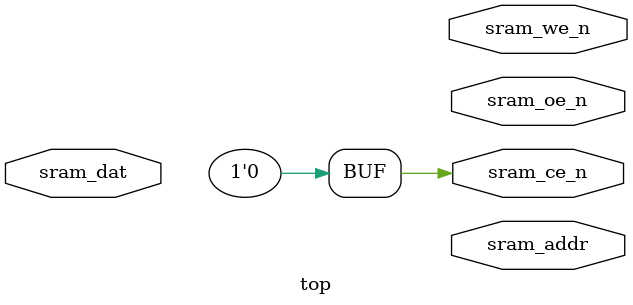
<source format=v>

module top (

    inout [7:0] sram_dat,
    output [20:0] sram_addr,
    output sram_oe_n,
    output sram_we_n,
    output sram_ce_n
);
    
assign sram_ce_n = 'b0;

endmodule

</source>
